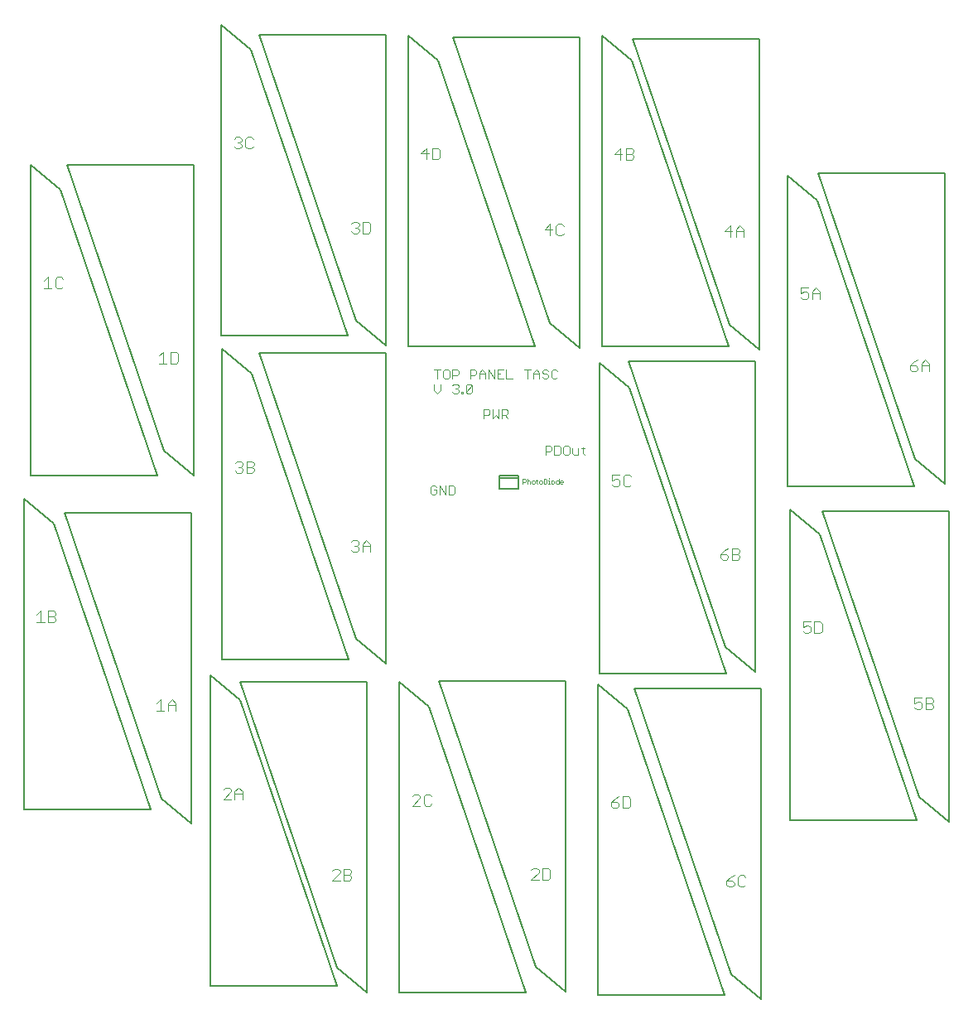
<source format=gto>
G75*
%MOIN*%
%OFA0B0*%
%FSLAX25Y25*%
%IPPOS*%
%LPD*%
%AMOC8*
5,1,8,0,0,1.08239X$1,22.5*
%
%ADD10C,0.00300*%
%ADD11C,0.00200*%
%ADD12C,0.00500*%
%ADD13C,0.00400*%
D10*
X0226818Y0251183D02*
X0228032Y0251183D01*
X0228638Y0251790D01*
X0228638Y0253003D01*
X0227425Y0253003D01*
X0226212Y0251790D02*
X0226818Y0251183D01*
X0226212Y0251790D02*
X0226212Y0254216D01*
X0226818Y0254823D01*
X0228032Y0254823D01*
X0228638Y0254216D01*
X0229837Y0254823D02*
X0232264Y0251183D01*
X0232264Y0254823D01*
X0233462Y0254823D02*
X0233462Y0251183D01*
X0235282Y0251183D01*
X0235889Y0251790D01*
X0235889Y0254216D01*
X0235282Y0254823D01*
X0233462Y0254823D01*
X0229837Y0254823D02*
X0229837Y0251183D01*
X0247612Y0281983D02*
X0247612Y0285623D01*
X0249432Y0285623D01*
X0250038Y0285016D01*
X0250038Y0283803D01*
X0249432Y0283196D01*
X0247612Y0283196D01*
X0251237Y0281983D02*
X0251237Y0285623D01*
X0253664Y0285623D02*
X0253664Y0281983D01*
X0252450Y0283196D01*
X0251237Y0281983D01*
X0254862Y0281983D02*
X0254862Y0285623D01*
X0256682Y0285623D01*
X0257289Y0285016D01*
X0257289Y0283803D01*
X0256682Y0283196D01*
X0254862Y0283196D01*
X0256075Y0283196D02*
X0257289Y0281983D01*
X0256713Y0297889D02*
X0259140Y0297889D01*
X0256713Y0297889D02*
X0256713Y0301529D01*
X0255514Y0301529D02*
X0253088Y0301529D01*
X0253088Y0297889D01*
X0255514Y0297889D01*
X0254301Y0299709D02*
X0253088Y0299709D01*
X0251889Y0297889D02*
X0251889Y0301529D01*
X0249463Y0301529D02*
X0249463Y0297889D01*
X0248264Y0297889D02*
X0248264Y0300315D01*
X0247051Y0301529D01*
X0245837Y0300315D01*
X0245837Y0297889D01*
X0245837Y0299709D02*
X0248264Y0299709D01*
X0249463Y0301529D02*
X0251889Y0297889D01*
X0244639Y0299709D02*
X0244032Y0299102D01*
X0242212Y0299102D01*
X0242212Y0297889D02*
X0242212Y0301529D01*
X0244032Y0301529D01*
X0244639Y0300922D01*
X0244639Y0299709D01*
X0242220Y0295623D02*
X0241006Y0295623D01*
X0240400Y0295016D01*
X0240400Y0292590D01*
X0242826Y0295016D01*
X0242826Y0292590D01*
X0242220Y0291983D01*
X0241006Y0291983D01*
X0240400Y0292590D01*
X0239194Y0292590D02*
X0239194Y0291983D01*
X0238587Y0291983D01*
X0238587Y0292590D01*
X0239194Y0292590D01*
X0237389Y0292590D02*
X0236782Y0291983D01*
X0235569Y0291983D01*
X0234962Y0292590D01*
X0236175Y0293803D02*
X0236782Y0293803D01*
X0237389Y0293196D01*
X0237389Y0292590D01*
X0236782Y0293803D02*
X0237389Y0294410D01*
X0237389Y0295016D01*
X0236782Y0295623D01*
X0235569Y0295623D01*
X0234962Y0295016D01*
X0234962Y0297889D02*
X0234962Y0301529D01*
X0236782Y0301529D01*
X0237389Y0300922D01*
X0237389Y0299709D01*
X0236782Y0299102D01*
X0234962Y0299102D01*
X0233764Y0298495D02*
X0233764Y0300922D01*
X0233157Y0301529D01*
X0231944Y0301529D01*
X0231337Y0300922D01*
X0231337Y0298495D01*
X0231944Y0297889D01*
X0233157Y0297889D01*
X0233764Y0298495D01*
X0230138Y0295623D02*
X0230138Y0293196D01*
X0228925Y0291983D01*
X0227712Y0293196D01*
X0227712Y0295623D01*
X0228925Y0297889D02*
X0228925Y0301529D01*
X0227712Y0301529D02*
X0230138Y0301529D01*
X0242220Y0295623D02*
X0242826Y0295016D01*
X0263963Y0301529D02*
X0266390Y0301529D01*
X0265176Y0301529D02*
X0265176Y0297889D01*
X0267588Y0297889D02*
X0267588Y0300315D01*
X0268802Y0301529D01*
X0270015Y0300315D01*
X0270015Y0297889D01*
X0271213Y0298495D02*
X0271820Y0297889D01*
X0273033Y0297889D01*
X0273640Y0298495D01*
X0273640Y0299102D01*
X0273033Y0299709D01*
X0271820Y0299709D01*
X0271213Y0300315D01*
X0271213Y0300922D01*
X0271820Y0301529D01*
X0273033Y0301529D01*
X0273640Y0300922D01*
X0274839Y0300922D02*
X0274839Y0298495D01*
X0275445Y0297889D01*
X0276659Y0297889D01*
X0277265Y0298495D01*
X0277265Y0300922D02*
X0276659Y0301529D01*
X0275445Y0301529D01*
X0274839Y0300922D01*
X0270015Y0299709D02*
X0267588Y0299709D01*
X0272412Y0270923D02*
X0274232Y0270923D01*
X0274838Y0270316D01*
X0274838Y0269103D01*
X0274232Y0268496D01*
X0272412Y0268496D01*
X0272412Y0267283D02*
X0272412Y0270923D01*
X0276037Y0270923D02*
X0276037Y0267283D01*
X0277857Y0267283D01*
X0278464Y0267890D01*
X0278464Y0270316D01*
X0277857Y0270923D01*
X0276037Y0270923D01*
X0279662Y0270316D02*
X0279662Y0267890D01*
X0280269Y0267283D01*
X0281482Y0267283D01*
X0282089Y0267890D01*
X0282089Y0270316D01*
X0281482Y0270923D01*
X0280269Y0270923D01*
X0279662Y0270316D01*
X0283287Y0269710D02*
X0283287Y0267890D01*
X0283894Y0267283D01*
X0285714Y0267283D01*
X0285714Y0269710D01*
X0286912Y0269710D02*
X0288126Y0269710D01*
X0287519Y0270316D02*
X0287519Y0267890D01*
X0288126Y0267283D01*
D11*
X0279251Y0256813D02*
X0279546Y0256518D01*
X0279546Y0256223D01*
X0278366Y0256223D01*
X0278366Y0255928D02*
X0278366Y0256518D01*
X0278661Y0256813D01*
X0279251Y0256813D01*
X0279251Y0255633D02*
X0278661Y0255633D01*
X0278366Y0255928D01*
X0277734Y0255633D02*
X0276849Y0255633D01*
X0276554Y0255928D01*
X0276554Y0256518D01*
X0276849Y0256813D01*
X0277734Y0256813D01*
X0277734Y0257403D02*
X0277734Y0255633D01*
X0275921Y0255928D02*
X0275921Y0256518D01*
X0275626Y0256813D01*
X0275036Y0256813D01*
X0274741Y0256518D01*
X0274741Y0255928D01*
X0275036Y0255633D01*
X0275626Y0255633D01*
X0275921Y0255928D01*
X0274123Y0255633D02*
X0273533Y0255633D01*
X0273828Y0255633D02*
X0273828Y0256813D01*
X0273533Y0256813D01*
X0273828Y0257403D02*
X0273828Y0257698D01*
X0272900Y0257108D02*
X0272605Y0257403D01*
X0271720Y0257403D01*
X0271720Y0255633D01*
X0272605Y0255633D01*
X0272900Y0255928D01*
X0272900Y0257108D01*
X0271088Y0256518D02*
X0270793Y0256813D01*
X0270203Y0256813D01*
X0269908Y0256518D01*
X0269908Y0255928D01*
X0270203Y0255633D01*
X0270793Y0255633D01*
X0271088Y0255928D01*
X0271088Y0256518D01*
X0269289Y0256813D02*
X0268699Y0256813D01*
X0268994Y0257108D02*
X0268994Y0255928D01*
X0269289Y0255633D01*
X0268067Y0255928D02*
X0268067Y0256518D01*
X0267772Y0256813D01*
X0267182Y0256813D01*
X0266887Y0256518D01*
X0266887Y0255928D01*
X0267182Y0255633D01*
X0267772Y0255633D01*
X0268067Y0255928D01*
X0266254Y0255633D02*
X0266254Y0256518D01*
X0265959Y0256813D01*
X0265369Y0256813D01*
X0265074Y0256518D01*
X0264442Y0256518D02*
X0264147Y0256223D01*
X0263262Y0256223D01*
X0263262Y0255633D02*
X0263262Y0257403D01*
X0264147Y0257403D01*
X0264442Y0257108D01*
X0264442Y0256518D01*
X0265074Y0257403D02*
X0265074Y0255633D01*
D12*
X0113462Y0124533D02*
X0062462Y0124533D01*
X0062462Y0249533D01*
X0074462Y0239533D01*
X0113462Y0124533D01*
X0117962Y0128933D02*
X0129962Y0118933D01*
X0129962Y0243933D01*
X0078962Y0243933D01*
X0117962Y0128933D01*
X0149562Y0168433D02*
X0137562Y0178433D01*
X0137562Y0053433D01*
X0188562Y0053433D01*
X0149562Y0168433D01*
X0149662Y0175733D02*
X0188662Y0060733D01*
X0200662Y0050733D01*
X0200662Y0175733D01*
X0149662Y0175733D01*
X0142262Y0184733D02*
X0193262Y0184733D01*
X0154262Y0299733D01*
X0142262Y0309733D01*
X0142262Y0184733D01*
X0196162Y0193033D02*
X0208162Y0183033D01*
X0208162Y0308033D01*
X0157162Y0308033D01*
X0196162Y0193033D01*
X0213662Y0175733D02*
X0225662Y0165733D01*
X0264662Y0050733D01*
X0213662Y0050733D01*
X0213662Y0175733D01*
X0229662Y0176033D02*
X0268662Y0061033D01*
X0280662Y0051033D01*
X0280662Y0176033D01*
X0229662Y0176033D01*
X0293662Y0174933D02*
X0305662Y0164933D01*
X0344662Y0049933D01*
X0293662Y0049933D01*
X0293662Y0174933D01*
X0294062Y0179333D02*
X0345062Y0179333D01*
X0306062Y0294333D01*
X0294062Y0304333D01*
X0294062Y0179333D01*
X0308362Y0173233D02*
X0347362Y0058233D01*
X0359362Y0048233D01*
X0359362Y0173233D01*
X0308362Y0173233D01*
X0344962Y0189733D02*
X0356962Y0179733D01*
X0356962Y0304733D01*
X0305962Y0304733D01*
X0344962Y0189733D01*
X0382862Y0235233D02*
X0370862Y0245233D01*
X0370862Y0120233D01*
X0421862Y0120233D01*
X0382862Y0235233D01*
X0383962Y0244533D02*
X0422962Y0129533D01*
X0434962Y0119533D01*
X0434962Y0244533D01*
X0383962Y0244533D01*
X0369962Y0254533D02*
X0420962Y0254533D01*
X0381962Y0369533D01*
X0369962Y0379533D01*
X0369962Y0254533D01*
X0421162Y0265533D02*
X0433162Y0255533D01*
X0433162Y0380533D01*
X0382162Y0380533D01*
X0421162Y0265533D01*
X0358562Y0309633D02*
X0346562Y0319633D01*
X0307562Y0434633D01*
X0358562Y0434633D01*
X0358562Y0309633D01*
X0346062Y0310733D02*
X0307062Y0425733D01*
X0295062Y0435733D01*
X0295062Y0310733D01*
X0346062Y0310733D01*
X0286062Y0310233D02*
X0274062Y0320233D01*
X0235062Y0435233D01*
X0286062Y0435233D01*
X0286062Y0310233D01*
X0268162Y0310833D02*
X0229162Y0425833D01*
X0217162Y0435833D01*
X0217162Y0310833D01*
X0268162Y0310833D01*
X0261674Y0258689D02*
X0253800Y0258689D01*
X0253800Y0257902D01*
X0261674Y0257902D01*
X0261674Y0253571D01*
X0253800Y0253571D01*
X0253800Y0257902D01*
X0261674Y0257902D02*
X0261674Y0258689D01*
X0208362Y0311133D02*
X0196362Y0321133D01*
X0157362Y0436133D01*
X0208362Y0436133D01*
X0208362Y0311133D01*
X0192862Y0315233D02*
X0153862Y0430233D01*
X0141862Y0440233D01*
X0141862Y0315233D01*
X0192862Y0315233D01*
X0130862Y0258733D02*
X0118862Y0268733D01*
X0079862Y0383733D01*
X0130862Y0383733D01*
X0130862Y0258733D01*
X0116362Y0258933D02*
X0077362Y0373933D01*
X0065362Y0383933D01*
X0065362Y0258933D01*
X0116362Y0258933D01*
X0359123Y0048432D02*
X0359362Y0048432D01*
D13*
X0352260Y0093433D02*
X0353027Y0094200D01*
X0352260Y0093433D02*
X0350725Y0093433D01*
X0349958Y0094200D01*
X0349958Y0097270D01*
X0350725Y0098037D01*
X0352260Y0098037D01*
X0353027Y0097270D01*
X0348423Y0098037D02*
X0346889Y0097270D01*
X0345354Y0095735D01*
X0347656Y0095735D01*
X0348423Y0094968D01*
X0348423Y0094200D01*
X0347656Y0093433D01*
X0346121Y0093433D01*
X0345354Y0094200D01*
X0345354Y0095735D01*
X0306535Y0125900D02*
X0306535Y0128970D01*
X0305768Y0129737D01*
X0303466Y0129737D01*
X0303466Y0125133D01*
X0305768Y0125133D01*
X0306535Y0125900D01*
X0301931Y0125900D02*
X0301931Y0126668D01*
X0301164Y0127435D01*
X0298862Y0127435D01*
X0298862Y0125900D01*
X0299629Y0125133D01*
X0301164Y0125133D01*
X0301931Y0125900D01*
X0298862Y0127435D02*
X0300396Y0128970D01*
X0301931Y0129737D01*
X0273560Y0100837D02*
X0271258Y0100837D01*
X0271258Y0096233D01*
X0273560Y0096233D01*
X0274327Y0097000D01*
X0274327Y0100070D01*
X0273560Y0100837D01*
X0269723Y0100070D02*
X0268956Y0100837D01*
X0267421Y0100837D01*
X0266654Y0100070D01*
X0269723Y0100070D02*
X0269723Y0099302D01*
X0266654Y0096233D01*
X0269723Y0096233D01*
X0226535Y0126700D02*
X0225768Y0125933D01*
X0224233Y0125933D01*
X0223466Y0126700D01*
X0223466Y0129770D01*
X0224233Y0130537D01*
X0225768Y0130537D01*
X0226535Y0129770D01*
X0221931Y0129770D02*
X0221931Y0129002D01*
X0218862Y0125933D01*
X0221931Y0125933D01*
X0221931Y0129770D02*
X0221164Y0130537D01*
X0219629Y0130537D01*
X0218862Y0129770D01*
X0193560Y0100537D02*
X0191258Y0100537D01*
X0191258Y0095933D01*
X0193560Y0095933D01*
X0194327Y0096700D01*
X0194327Y0097468D01*
X0193560Y0098235D01*
X0191258Y0098235D01*
X0189723Y0099002D02*
X0189723Y0099770D01*
X0188956Y0100537D01*
X0187421Y0100537D01*
X0186654Y0099770D01*
X0189723Y0099002D02*
X0186654Y0095933D01*
X0189723Y0095933D01*
X0193560Y0098235D02*
X0194327Y0099002D01*
X0194327Y0099770D01*
X0193560Y0100537D01*
X0150435Y0128633D02*
X0150435Y0131702D01*
X0148900Y0133237D01*
X0147366Y0131702D01*
X0147366Y0128633D01*
X0145831Y0128633D02*
X0142762Y0128633D01*
X0145831Y0131702D01*
X0145831Y0132470D01*
X0145064Y0133237D01*
X0143529Y0133237D01*
X0142762Y0132470D01*
X0147366Y0130935D02*
X0150435Y0130935D01*
X0123627Y0164133D02*
X0123627Y0167202D01*
X0122092Y0168737D01*
X0120558Y0167202D01*
X0120558Y0164133D01*
X0119023Y0164133D02*
X0115954Y0164133D01*
X0117489Y0164133D02*
X0117489Y0168737D01*
X0115954Y0167202D01*
X0120558Y0166435D02*
X0123627Y0166435D01*
X0075335Y0200500D02*
X0074568Y0199733D01*
X0072266Y0199733D01*
X0072266Y0204337D01*
X0074568Y0204337D01*
X0075335Y0203570D01*
X0075335Y0202802D01*
X0074568Y0202035D01*
X0072266Y0202035D01*
X0074568Y0202035D02*
X0075335Y0201268D01*
X0075335Y0200500D01*
X0070731Y0199733D02*
X0067662Y0199733D01*
X0069196Y0199733D02*
X0069196Y0204337D01*
X0067662Y0202802D01*
X0147462Y0260700D02*
X0148229Y0259933D01*
X0149764Y0259933D01*
X0150531Y0260700D01*
X0150531Y0261468D01*
X0149764Y0262235D01*
X0148996Y0262235D01*
X0149764Y0262235D02*
X0150531Y0263002D01*
X0150531Y0263770D01*
X0149764Y0264537D01*
X0148229Y0264537D01*
X0147462Y0263770D01*
X0152066Y0264537D02*
X0152066Y0259933D01*
X0154368Y0259933D01*
X0155135Y0260700D01*
X0155135Y0261468D01*
X0154368Y0262235D01*
X0152066Y0262235D01*
X0154368Y0262235D02*
X0155135Y0263002D01*
X0155135Y0263770D01*
X0154368Y0264537D01*
X0152066Y0264537D01*
X0123760Y0303933D02*
X0124527Y0304700D01*
X0124527Y0307770D01*
X0123760Y0308537D01*
X0121458Y0308537D01*
X0121458Y0303933D01*
X0123760Y0303933D01*
X0119923Y0303933D02*
X0116854Y0303933D01*
X0118389Y0303933D02*
X0118389Y0308537D01*
X0116854Y0307002D01*
X0078235Y0334900D02*
X0077468Y0334133D01*
X0075933Y0334133D01*
X0075166Y0334900D01*
X0075166Y0337970D01*
X0075933Y0338737D01*
X0077468Y0338737D01*
X0078235Y0337970D01*
X0073631Y0334133D02*
X0070562Y0334133D01*
X0072096Y0334133D02*
X0072096Y0338737D01*
X0070562Y0337202D01*
X0147062Y0391200D02*
X0147829Y0390433D01*
X0149364Y0390433D01*
X0150131Y0391200D01*
X0150131Y0391968D01*
X0149364Y0392735D01*
X0148596Y0392735D01*
X0149364Y0392735D02*
X0150131Y0393502D01*
X0150131Y0394270D01*
X0149364Y0395037D01*
X0147829Y0395037D01*
X0147062Y0394270D01*
X0151666Y0394270D02*
X0151666Y0391200D01*
X0152433Y0390433D01*
X0153968Y0390433D01*
X0154735Y0391200D01*
X0154735Y0394270D02*
X0153968Y0395037D01*
X0152433Y0395037D01*
X0151666Y0394270D01*
X0194354Y0360170D02*
X0195121Y0360937D01*
X0196656Y0360937D01*
X0197423Y0360170D01*
X0197423Y0359402D01*
X0196656Y0358635D01*
X0197423Y0357868D01*
X0197423Y0357100D01*
X0196656Y0356333D01*
X0195121Y0356333D01*
X0194354Y0357100D01*
X0195889Y0358635D02*
X0196656Y0358635D01*
X0198958Y0356333D02*
X0201260Y0356333D01*
X0202027Y0357100D01*
X0202027Y0360170D01*
X0201260Y0360937D01*
X0198958Y0360937D01*
X0198958Y0356333D01*
X0224664Y0386033D02*
X0224664Y0390637D01*
X0222362Y0388335D01*
X0225431Y0388335D01*
X0226966Y0390637D02*
X0226966Y0386033D01*
X0229268Y0386033D01*
X0230035Y0386800D01*
X0230035Y0389870D01*
X0229268Y0390637D01*
X0226966Y0390637D01*
X0272054Y0357735D02*
X0275123Y0357735D01*
X0276658Y0359270D02*
X0276658Y0356200D01*
X0277425Y0355433D01*
X0278960Y0355433D01*
X0279727Y0356200D01*
X0279727Y0359270D02*
X0278960Y0360037D01*
X0277425Y0360037D01*
X0276658Y0359270D01*
X0274356Y0360037D02*
X0272054Y0357735D01*
X0274356Y0355433D02*
X0274356Y0360037D01*
X0302564Y0385933D02*
X0302564Y0390537D01*
X0300262Y0388235D01*
X0303331Y0388235D01*
X0304866Y0388235D02*
X0307168Y0388235D01*
X0307935Y0387468D01*
X0307935Y0386700D01*
X0307168Y0385933D01*
X0304866Y0385933D01*
X0304866Y0390537D01*
X0307168Y0390537D01*
X0307935Y0389770D01*
X0307935Y0389002D01*
X0307168Y0388235D01*
X0344554Y0357135D02*
X0347623Y0357135D01*
X0349158Y0357135D02*
X0352227Y0357135D01*
X0352227Y0357902D02*
X0352227Y0354833D01*
X0349158Y0354833D02*
X0349158Y0357902D01*
X0350692Y0359437D01*
X0352227Y0357902D01*
X0346856Y0359437D02*
X0346856Y0354833D01*
X0344554Y0357135D02*
X0346856Y0359437D01*
X0375162Y0334337D02*
X0375162Y0332035D01*
X0376696Y0332802D01*
X0377464Y0332802D01*
X0378231Y0332035D01*
X0378231Y0330500D01*
X0377464Y0329733D01*
X0375929Y0329733D01*
X0375162Y0330500D01*
X0375162Y0334337D02*
X0378231Y0334337D01*
X0379766Y0332802D02*
X0381300Y0334337D01*
X0382835Y0332802D01*
X0382835Y0329733D01*
X0382835Y0332035D02*
X0379766Y0332035D01*
X0379766Y0332802D02*
X0379766Y0329733D01*
X0419154Y0303035D02*
X0421456Y0303035D01*
X0422223Y0302268D01*
X0422223Y0301500D01*
X0421456Y0300733D01*
X0419921Y0300733D01*
X0419154Y0301500D01*
X0419154Y0303035D01*
X0420689Y0304570D01*
X0422223Y0305337D01*
X0423758Y0303802D02*
X0425292Y0305337D01*
X0426827Y0303802D01*
X0426827Y0300733D01*
X0426827Y0303035D02*
X0423758Y0303035D01*
X0423758Y0303802D02*
X0423758Y0300733D01*
X0350627Y0228770D02*
X0350627Y0228002D01*
X0349860Y0227235D01*
X0347558Y0227235D01*
X0346023Y0226468D02*
X0345256Y0227235D01*
X0342954Y0227235D01*
X0342954Y0225700D01*
X0343721Y0224933D01*
X0345256Y0224933D01*
X0346023Y0225700D01*
X0346023Y0226468D01*
X0347558Y0224933D02*
X0349860Y0224933D01*
X0350627Y0225700D01*
X0350627Y0226468D01*
X0349860Y0227235D01*
X0350627Y0228770D02*
X0349860Y0229537D01*
X0347558Y0229537D01*
X0347558Y0224933D01*
X0346023Y0229537D02*
X0344489Y0228770D01*
X0342954Y0227235D01*
X0376062Y0200037D02*
X0376062Y0197735D01*
X0377596Y0198502D01*
X0378364Y0198502D01*
X0379131Y0197735D01*
X0379131Y0196200D01*
X0378364Y0195433D01*
X0376829Y0195433D01*
X0376062Y0196200D01*
X0376062Y0200037D02*
X0379131Y0200037D01*
X0380666Y0200037D02*
X0380666Y0195433D01*
X0382968Y0195433D01*
X0383735Y0196200D01*
X0383735Y0199270D01*
X0382968Y0200037D01*
X0380666Y0200037D01*
X0420954Y0169337D02*
X0420954Y0167035D01*
X0422489Y0167802D01*
X0423256Y0167802D01*
X0424023Y0167035D01*
X0424023Y0165500D01*
X0423256Y0164733D01*
X0421721Y0164733D01*
X0420954Y0165500D01*
X0420954Y0169337D02*
X0424023Y0169337D01*
X0425558Y0169337D02*
X0425558Y0164733D01*
X0427860Y0164733D01*
X0428627Y0165500D01*
X0428627Y0166268D01*
X0427860Y0167035D01*
X0425558Y0167035D01*
X0427860Y0167035D02*
X0428627Y0167802D01*
X0428627Y0168570D01*
X0427860Y0169337D01*
X0425558Y0169337D01*
X0306935Y0255300D02*
X0306168Y0254533D01*
X0304633Y0254533D01*
X0303866Y0255300D01*
X0303866Y0258370D01*
X0304633Y0259137D01*
X0306168Y0259137D01*
X0306935Y0258370D01*
X0302331Y0259137D02*
X0299262Y0259137D01*
X0299262Y0256835D01*
X0300796Y0257602D01*
X0301564Y0257602D01*
X0302331Y0256835D01*
X0302331Y0255300D01*
X0301564Y0254533D01*
X0300029Y0254533D01*
X0299262Y0255300D01*
X0201827Y0231302D02*
X0201827Y0228233D01*
X0201827Y0230535D02*
X0198758Y0230535D01*
X0198758Y0231302D02*
X0200292Y0232837D01*
X0201827Y0231302D01*
X0198758Y0231302D02*
X0198758Y0228233D01*
X0197223Y0229000D02*
X0196456Y0228233D01*
X0194921Y0228233D01*
X0194154Y0229000D01*
X0195689Y0230535D02*
X0196456Y0230535D01*
X0197223Y0229768D01*
X0197223Y0229000D01*
X0196456Y0230535D02*
X0197223Y0231302D01*
X0197223Y0232070D01*
X0196456Y0232837D01*
X0194921Y0232837D01*
X0194154Y0232070D01*
M02*

</source>
